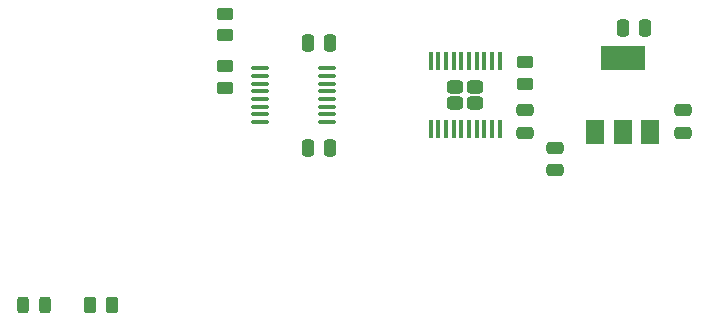
<source format=gbr>
%TF.GenerationSoftware,KiCad,Pcbnew,7.0.5*%
%TF.CreationDate,2024-02-06T06:58:08+01:00*%
%TF.ProjectId,test,74657374-2e6b-4696-9361-645f70636258,rev?*%
%TF.SameCoordinates,Original*%
%TF.FileFunction,Paste,Top*%
%TF.FilePolarity,Positive*%
%FSLAX46Y46*%
G04 Gerber Fmt 4.6, Leading zero omitted, Abs format (unit mm)*
G04 Created by KiCad (PCBNEW 7.0.5) date 2024-02-06 06:58:08*
%MOMM*%
%LPD*%
G01*
G04 APERTURE LIST*
G04 Aperture macros list*
%AMRoundRect*
0 Rectangle with rounded corners*
0 $1 Rounding radius*
0 $2 $3 $4 $5 $6 $7 $8 $9 X,Y pos of 4 corners*
0 Add a 4 corners polygon primitive as box body*
4,1,4,$2,$3,$4,$5,$6,$7,$8,$9,$2,$3,0*
0 Add four circle primitives for the rounded corners*
1,1,$1+$1,$2,$3*
1,1,$1+$1,$4,$5*
1,1,$1+$1,$6,$7*
1,1,$1+$1,$8,$9*
0 Add four rect primitives between the rounded corners*
20,1,$1+$1,$2,$3,$4,$5,0*
20,1,$1+$1,$4,$5,$6,$7,0*
20,1,$1+$1,$6,$7,$8,$9,0*
20,1,$1+$1,$8,$9,$2,$3,0*%
G04 Aperture macros list end*
%ADD10RoundRect,0.250000X0.475000X-0.250000X0.475000X0.250000X-0.475000X0.250000X-0.475000X-0.250000X0*%
%ADD11RoundRect,0.250000X0.250000X0.475000X-0.250000X0.475000X-0.250000X-0.475000X0.250000X-0.475000X0*%
%ADD12RoundRect,0.243750X-0.243750X-0.456250X0.243750X-0.456250X0.243750X0.456250X-0.243750X0.456250X0*%
%ADD13RoundRect,0.250000X-0.450000X0.262500X-0.450000X-0.262500X0.450000X-0.262500X0.450000X0.262500X0*%
%ADD14RoundRect,0.250000X0.450000X-0.262500X0.450000X0.262500X-0.450000X0.262500X-0.450000X-0.262500X0*%
%ADD15RoundRect,0.250000X-0.250000X-0.475000X0.250000X-0.475000X0.250000X0.475000X-0.250000X0.475000X0*%
%ADD16RoundRect,0.250000X-0.440000X0.305000X-0.440000X-0.305000X0.440000X-0.305000X0.440000X0.305000X0*%
%ADD17RoundRect,0.100000X-0.100000X0.687500X-0.100000X-0.687500X0.100000X-0.687500X0.100000X0.687500X0*%
%ADD18RoundRect,0.100000X-0.637500X-0.100000X0.637500X-0.100000X0.637500X0.100000X-0.637500X0.100000X0*%
%ADD19R,1.500000X2.000000*%
%ADD20R,3.800000X2.000000*%
%ADD21RoundRect,0.250000X0.262500X0.450000X-0.262500X0.450000X-0.262500X-0.450000X0.262500X-0.450000X0*%
G04 APERTURE END LIST*
D10*
%TO.C,C1*%
X144145000Y-97790000D03*
X144145000Y-95890000D03*
%TD*%
D11*
%TO.C,C6*%
X125095000Y-86995000D03*
X123195000Y-86995000D03*
%TD*%
D12*
%TO.C,D1*%
X99060000Y-109220000D03*
X100935000Y-109220000D03*
%TD*%
D13*
%TO.C,R2*%
X116205000Y-84535000D03*
X116205000Y-86360000D03*
%TD*%
D10*
%TO.C,C2*%
X154940000Y-94615000D03*
X154940000Y-92715000D03*
%TD*%
D14*
%TO.C,R3*%
X116205000Y-90805000D03*
X116205000Y-88980000D03*
%TD*%
D15*
%TO.C,C3*%
X149865000Y-85725000D03*
X151765000Y-85725000D03*
%TD*%
D13*
%TO.C,R4*%
X141605000Y-88652500D03*
X141605000Y-90477500D03*
%TD*%
D16*
%TO.C,U3*%
X137385000Y-90750000D03*
X135665000Y-90750000D03*
X137385000Y-92130000D03*
X135665000Y-92130000D03*
D17*
X139450000Y-88577500D03*
X138800000Y-88577500D03*
X138150000Y-88577500D03*
X137500000Y-88577500D03*
X136850000Y-88577500D03*
X136200000Y-88577500D03*
X135550000Y-88577500D03*
X134900000Y-88577500D03*
X134250000Y-88577500D03*
X133600000Y-88577500D03*
X133600000Y-94302500D03*
X134250000Y-94302500D03*
X134900000Y-94302500D03*
X135550000Y-94302500D03*
X136200000Y-94302500D03*
X136850000Y-94302500D03*
X137500000Y-94302500D03*
X138150000Y-94302500D03*
X138800000Y-94302500D03*
X139450000Y-94302500D03*
%TD*%
D10*
%TO.C,C4*%
X141605000Y-94640000D03*
X141605000Y-92740000D03*
%TD*%
D15*
%TO.C,C5*%
X123195000Y-95885000D03*
X125095000Y-95885000D03*
%TD*%
D18*
%TO.C,U1*%
X119132500Y-89165000D03*
X119132500Y-89815000D03*
X119132500Y-90465000D03*
X119132500Y-91115000D03*
X119132500Y-91765000D03*
X119132500Y-92415000D03*
X119132500Y-93065000D03*
X119132500Y-93715000D03*
X124857500Y-93715000D03*
X124857500Y-93065000D03*
X124857500Y-92415000D03*
X124857500Y-91765000D03*
X124857500Y-91115000D03*
X124857500Y-90465000D03*
X124857500Y-89815000D03*
X124857500Y-89165000D03*
%TD*%
D19*
%TO.C,U2*%
X147560000Y-94565000D03*
X149860000Y-94565000D03*
D20*
X149860000Y-88265000D03*
D19*
X152160000Y-94565000D03*
%TD*%
D21*
%TO.C,R1*%
X106600000Y-109220000D03*
X104775000Y-109220000D03*
%TD*%
M02*

</source>
